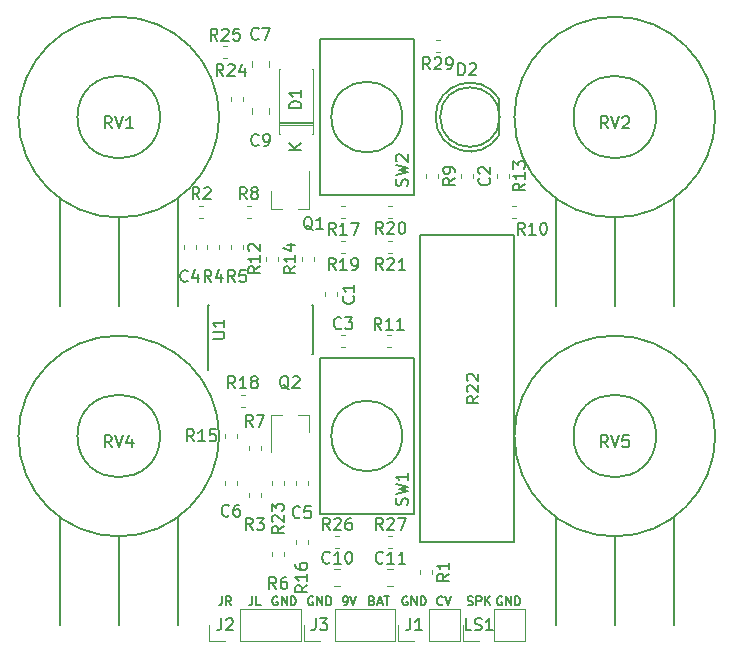
<source format=gbr>
G04 #@! TF.GenerationSoftware,KiCad,Pcbnew,(5.0.1-3-g963ef8bb5)*
G04 #@! TF.CreationDate,2019-04-18T21:55:15-06:00*
G04 #@! TF.ProjectId,NuisanceEngine,4E756973616E6365456E67696E652E6B,rev?*
G04 #@! TF.SameCoordinates,Original*
G04 #@! TF.FileFunction,Legend,Top*
G04 #@! TF.FilePolarity,Positive*
%FSLAX46Y46*%
G04 Gerber Fmt 4.6, Leading zero omitted, Abs format (unit mm)*
G04 Created by KiCad (PCBNEW (5.0.1-3-g963ef8bb5)) date Thursday, 18 April 2019 at 21:55:15*
%MOMM*%
%LPD*%
G01*
G04 APERTURE LIST*
%ADD10C,0.187500*%
%ADD11C,0.150000*%
%ADD12C,0.120000*%
G04 APERTURE END LIST*
D10*
X67732142Y-95589285D02*
X67732142Y-96125000D01*
X67696428Y-96232142D01*
X67625000Y-96303571D01*
X67517857Y-96339285D01*
X67446428Y-96339285D01*
X68517857Y-96339285D02*
X68267857Y-95982142D01*
X68089285Y-96339285D02*
X68089285Y-95589285D01*
X68375000Y-95589285D01*
X68446428Y-95625000D01*
X68482142Y-95660714D01*
X68517857Y-95732142D01*
X68517857Y-95839285D01*
X68482142Y-95910714D01*
X68446428Y-95946428D01*
X68375000Y-95982142D01*
X68089285Y-95982142D01*
X70303571Y-95589285D02*
X70303571Y-96125000D01*
X70267857Y-96232142D01*
X70196428Y-96303571D01*
X70089285Y-96339285D01*
X70017857Y-96339285D01*
X71017857Y-96339285D02*
X70660714Y-96339285D01*
X70660714Y-95589285D01*
X72428571Y-95625000D02*
X72357142Y-95589285D01*
X72250000Y-95589285D01*
X72142857Y-95625000D01*
X72071428Y-95696428D01*
X72035714Y-95767857D01*
X72000000Y-95910714D01*
X72000000Y-96017857D01*
X72035714Y-96160714D01*
X72071428Y-96232142D01*
X72142857Y-96303571D01*
X72250000Y-96339285D01*
X72321428Y-96339285D01*
X72428571Y-96303571D01*
X72464285Y-96267857D01*
X72464285Y-96017857D01*
X72321428Y-96017857D01*
X72785714Y-96339285D02*
X72785714Y-95589285D01*
X73214285Y-96339285D01*
X73214285Y-95589285D01*
X73571428Y-96339285D02*
X73571428Y-95589285D01*
X73750000Y-95589285D01*
X73857142Y-95625000D01*
X73928571Y-95696428D01*
X73964285Y-95767857D01*
X74000000Y-95910714D01*
X74000000Y-96017857D01*
X73964285Y-96160714D01*
X73928571Y-96232142D01*
X73857142Y-96303571D01*
X73750000Y-96339285D01*
X73571428Y-96339285D01*
X75428571Y-95625000D02*
X75357142Y-95589285D01*
X75250000Y-95589285D01*
X75142857Y-95625000D01*
X75071428Y-95696428D01*
X75035714Y-95767857D01*
X75000000Y-95910714D01*
X75000000Y-96017857D01*
X75035714Y-96160714D01*
X75071428Y-96232142D01*
X75142857Y-96303571D01*
X75250000Y-96339285D01*
X75321428Y-96339285D01*
X75428571Y-96303571D01*
X75464285Y-96267857D01*
X75464285Y-96017857D01*
X75321428Y-96017857D01*
X75785714Y-96339285D02*
X75785714Y-95589285D01*
X76214285Y-96339285D01*
X76214285Y-95589285D01*
X76571428Y-96339285D02*
X76571428Y-95589285D01*
X76750000Y-95589285D01*
X76857142Y-95625000D01*
X76928571Y-95696428D01*
X76964285Y-95767857D01*
X77000000Y-95910714D01*
X77000000Y-96017857D01*
X76964285Y-96160714D01*
X76928571Y-96232142D01*
X76857142Y-96303571D01*
X76750000Y-96339285D01*
X76571428Y-96339285D01*
X78035714Y-96339285D02*
X78178571Y-96339285D01*
X78250000Y-96303571D01*
X78285714Y-96267857D01*
X78357142Y-96160714D01*
X78392857Y-96017857D01*
X78392857Y-95732142D01*
X78357142Y-95660714D01*
X78321428Y-95625000D01*
X78250000Y-95589285D01*
X78107142Y-95589285D01*
X78035714Y-95625000D01*
X78000000Y-95660714D01*
X77964285Y-95732142D01*
X77964285Y-95910714D01*
X78000000Y-95982142D01*
X78035714Y-96017857D01*
X78107142Y-96053571D01*
X78250000Y-96053571D01*
X78321428Y-96017857D01*
X78357142Y-95982142D01*
X78392857Y-95910714D01*
X78607142Y-95589285D02*
X78857142Y-96339285D01*
X79107142Y-95589285D01*
X80446428Y-95946428D02*
X80553571Y-95982142D01*
X80589285Y-96017857D01*
X80625000Y-96089285D01*
X80625000Y-96196428D01*
X80589285Y-96267857D01*
X80553571Y-96303571D01*
X80482142Y-96339285D01*
X80196428Y-96339285D01*
X80196428Y-95589285D01*
X80446428Y-95589285D01*
X80517857Y-95625000D01*
X80553571Y-95660714D01*
X80589285Y-95732142D01*
X80589285Y-95803571D01*
X80553571Y-95875000D01*
X80517857Y-95910714D01*
X80446428Y-95946428D01*
X80196428Y-95946428D01*
X80910714Y-96125000D02*
X81267857Y-96125000D01*
X80839285Y-96339285D02*
X81089285Y-95589285D01*
X81339285Y-96339285D01*
X81482142Y-95589285D02*
X81910714Y-95589285D01*
X81696428Y-96339285D02*
X81696428Y-95589285D01*
X86410714Y-96267857D02*
X86375000Y-96303571D01*
X86267857Y-96339285D01*
X86196428Y-96339285D01*
X86089285Y-96303571D01*
X86017857Y-96232142D01*
X85982142Y-96160714D01*
X85946428Y-96017857D01*
X85946428Y-95910714D01*
X85982142Y-95767857D01*
X86017857Y-95696428D01*
X86089285Y-95625000D01*
X86196428Y-95589285D01*
X86267857Y-95589285D01*
X86375000Y-95625000D01*
X86410714Y-95660714D01*
X86625000Y-95589285D02*
X86875000Y-96339285D01*
X87125000Y-95589285D01*
X83428571Y-95625000D02*
X83357142Y-95589285D01*
X83250000Y-95589285D01*
X83142857Y-95625000D01*
X83071428Y-95696428D01*
X83035714Y-95767857D01*
X83000000Y-95910714D01*
X83000000Y-96017857D01*
X83035714Y-96160714D01*
X83071428Y-96232142D01*
X83142857Y-96303571D01*
X83250000Y-96339285D01*
X83321428Y-96339285D01*
X83428571Y-96303571D01*
X83464285Y-96267857D01*
X83464285Y-96017857D01*
X83321428Y-96017857D01*
X83785714Y-96339285D02*
X83785714Y-95589285D01*
X84214285Y-96339285D01*
X84214285Y-95589285D01*
X84571428Y-96339285D02*
X84571428Y-95589285D01*
X84750000Y-95589285D01*
X84857142Y-95625000D01*
X84928571Y-95696428D01*
X84964285Y-95767857D01*
X85000000Y-95910714D01*
X85000000Y-96017857D01*
X84964285Y-96160714D01*
X84928571Y-96232142D01*
X84857142Y-96303571D01*
X84750000Y-96339285D01*
X84571428Y-96339285D01*
X88535714Y-96303571D02*
X88642857Y-96339285D01*
X88821428Y-96339285D01*
X88892857Y-96303571D01*
X88928571Y-96267857D01*
X88964285Y-96196428D01*
X88964285Y-96125000D01*
X88928571Y-96053571D01*
X88892857Y-96017857D01*
X88821428Y-95982142D01*
X88678571Y-95946428D01*
X88607142Y-95910714D01*
X88571428Y-95875000D01*
X88535714Y-95803571D01*
X88535714Y-95732142D01*
X88571428Y-95660714D01*
X88607142Y-95625000D01*
X88678571Y-95589285D01*
X88857142Y-95589285D01*
X88964285Y-95625000D01*
X89285714Y-96339285D02*
X89285714Y-95589285D01*
X89571428Y-95589285D01*
X89642857Y-95625000D01*
X89678571Y-95660714D01*
X89714285Y-95732142D01*
X89714285Y-95839285D01*
X89678571Y-95910714D01*
X89642857Y-95946428D01*
X89571428Y-95982142D01*
X89285714Y-95982142D01*
X90035714Y-96339285D02*
X90035714Y-95589285D01*
X90464285Y-96339285D02*
X90142857Y-95910714D01*
X90464285Y-95589285D02*
X90035714Y-96017857D01*
X91428571Y-95625000D02*
X91357142Y-95589285D01*
X91250000Y-95589285D01*
X91142857Y-95625000D01*
X91071428Y-95696428D01*
X91035714Y-95767857D01*
X91000000Y-95910714D01*
X91000000Y-96017857D01*
X91035714Y-96160714D01*
X91071428Y-96232142D01*
X91142857Y-96303571D01*
X91250000Y-96339285D01*
X91321428Y-96339285D01*
X91428571Y-96303571D01*
X91464285Y-96267857D01*
X91464285Y-96017857D01*
X91321428Y-96017857D01*
X91785714Y-96339285D02*
X91785714Y-95589285D01*
X92214285Y-96339285D01*
X92214285Y-95589285D01*
X92571428Y-96339285D02*
X92571428Y-95589285D01*
X92750000Y-95589285D01*
X92857142Y-95625000D01*
X92928571Y-95696428D01*
X92964285Y-95767857D01*
X93000000Y-95910714D01*
X93000000Y-96017857D01*
X92964285Y-96160714D01*
X92928571Y-96232142D01*
X92857142Y-96303571D01*
X92750000Y-96339285D01*
X92571428Y-96339285D01*
D11*
G04 #@! TO.C,SW1*
X83000000Y-82000000D02*
G75*
G03X83000000Y-82000000I-3000000J0D01*
G01*
X84000000Y-88600000D02*
X84000000Y-75400000D01*
X76000000Y-75400000D02*
X76000000Y-88600000D01*
X80000000Y-75400000D02*
X76000000Y-75400000D01*
X80000000Y-75400000D02*
X84000000Y-75400000D01*
X80000000Y-88600000D02*
X84000000Y-88600000D01*
X80000000Y-88600000D02*
X76000000Y-88600000D01*
D12*
G04 #@! TO.C,D1*
X72530000Y-55630000D02*
X75470000Y-55630000D01*
X72530000Y-55390000D02*
X75470000Y-55390000D01*
X72530000Y-55510000D02*
X75470000Y-55510000D01*
X75470000Y-50970000D02*
X75340000Y-50970000D01*
X75470000Y-56410000D02*
X75470000Y-50970000D01*
X75340000Y-56410000D02*
X75470000Y-56410000D01*
X72530000Y-50970000D02*
X72660000Y-50970000D01*
X72530000Y-56410000D02*
X72530000Y-50970000D01*
X72660000Y-56410000D02*
X72530000Y-56410000D01*
D11*
G04 #@! TO.C,U1*
X66575000Y-75075000D02*
X66575000Y-76450000D01*
X75450000Y-75075000D02*
X75450000Y-70925000D01*
X66550000Y-75075000D02*
X66550000Y-70925000D01*
X75450000Y-75075000D02*
X75335000Y-75075000D01*
X75450000Y-70925000D02*
X75335000Y-70925000D01*
X66550000Y-70925000D02*
X66665000Y-70925000D01*
X66550000Y-75075000D02*
X66575000Y-75075000D01*
G04 #@! TO.C,RV2*
X104500000Y-55000000D02*
G75*
G03X104500000Y-55000000I-3500000J0D01*
G01*
X109500000Y-55000000D02*
G75*
G03X109500000Y-55000000I-8500000J0D01*
G01*
X96000000Y-71000000D02*
X96000000Y-61900000D01*
X101000000Y-71000000D02*
X101000000Y-63500000D01*
X106000000Y-71000000D02*
X106000000Y-61900000D01*
G04 #@! TO.C,RV5*
X104500000Y-82000000D02*
G75*
G03X104500000Y-82000000I-3500000J0D01*
G01*
X109500000Y-82000000D02*
G75*
G03X109500000Y-82000000I-8500000J0D01*
G01*
X96000000Y-98000000D02*
X96000000Y-88900000D01*
X101000000Y-98000000D02*
X101000000Y-90500000D01*
X106000000Y-98000000D02*
X106000000Y-88900000D01*
G04 #@! TO.C,RV4*
X62500000Y-82000000D02*
G75*
G03X62500000Y-82000000I-3500000J0D01*
G01*
X67500000Y-82000000D02*
G75*
G03X67500000Y-82000000I-8500000J0D01*
G01*
X54000000Y-98000000D02*
X54000000Y-88900000D01*
X59000000Y-98000000D02*
X59000000Y-90500000D01*
X64000000Y-98000000D02*
X64000000Y-88900000D01*
G04 #@! TO.C,RV1*
X62500000Y-55000000D02*
G75*
G03X62500000Y-55000000I-3500000J0D01*
G01*
X67500000Y-55000000D02*
G75*
G03X67500000Y-55000000I-8500000J0D01*
G01*
X54000000Y-71000000D02*
X54000000Y-61900000D01*
X59000000Y-71000000D02*
X59000000Y-63500000D01*
X64000000Y-71000000D02*
X64000000Y-61900000D01*
G04 #@! TO.C,D2*
X91214888Y-53475096D02*
G75*
G03X91230000Y-56500000I-2484888J-1524904D01*
G01*
X91230000Y-53500000D02*
X91230000Y-56500000D01*
X91247936Y-55000000D02*
G75*
G03X91247936Y-55000000I-2517936J0D01*
G01*
G04 #@! TO.C,R22*
X84500000Y-65000000D02*
X84500000Y-77000000D01*
X92500000Y-65000000D02*
X84500000Y-65000000D01*
X92500000Y-91000000D02*
X92500000Y-65000000D01*
X84500000Y-91000000D02*
X92500000Y-91000000D01*
X84500000Y-77000000D02*
X84500000Y-91000000D01*
G04 #@! TO.C,SW2*
X83000000Y-55000000D02*
G75*
G03X83000000Y-55000000I-3000000J0D01*
G01*
X84000000Y-61600000D02*
X84000000Y-48400000D01*
X76000000Y-48400000D02*
X76000000Y-61600000D01*
X80000000Y-48400000D02*
X76000000Y-48400000D01*
X80000000Y-48400000D02*
X84000000Y-48400000D01*
X80000000Y-61600000D02*
X84000000Y-61600000D01*
X80000000Y-61600000D02*
X76000000Y-61600000D01*
D12*
G04 #@! TO.C,J1*
X82670000Y-99330000D02*
X82670000Y-98000000D01*
X84000000Y-99330000D02*
X82670000Y-99330000D01*
X85270000Y-99330000D02*
X85270000Y-96670000D01*
X85270000Y-96670000D02*
X87870000Y-96670000D01*
X85270000Y-99330000D02*
X87870000Y-99330000D01*
X87870000Y-99330000D02*
X87870000Y-96670000D01*
G04 #@! TO.C,J2*
X66670000Y-99330000D02*
X66670000Y-98000000D01*
X68000000Y-99330000D02*
X66670000Y-99330000D01*
X69270000Y-99330000D02*
X69270000Y-96670000D01*
X69270000Y-96670000D02*
X74410000Y-96670000D01*
X69270000Y-99330000D02*
X74410000Y-99330000D01*
X74410000Y-99330000D02*
X74410000Y-96670000D01*
G04 #@! TO.C,J3*
X82410000Y-99330000D02*
X82410000Y-96670000D01*
X77270000Y-99330000D02*
X82410000Y-99330000D01*
X77270000Y-96670000D02*
X82410000Y-96670000D01*
X77270000Y-99330000D02*
X77270000Y-96670000D01*
X76000000Y-99330000D02*
X74670000Y-99330000D01*
X74670000Y-99330000D02*
X74670000Y-98000000D01*
G04 #@! TO.C,LS1*
X93370000Y-99330000D02*
X93370000Y-96670000D01*
X90770000Y-99330000D02*
X93370000Y-99330000D01*
X90770000Y-96670000D02*
X93370000Y-96670000D01*
X90770000Y-99330000D02*
X90770000Y-96670000D01*
X89500000Y-99330000D02*
X88170000Y-99330000D01*
X88170000Y-99330000D02*
X88170000Y-98000000D01*
G04 #@! TO.C,C1*
X76490000Y-70171267D02*
X76490000Y-69828733D01*
X77510000Y-70171267D02*
X77510000Y-69828733D01*
G04 #@! TO.C,C2*
X87990000Y-60171267D02*
X87990000Y-59828733D01*
X89010000Y-60171267D02*
X89010000Y-59828733D01*
G04 #@! TO.C,C3*
X77828733Y-74510000D02*
X78171267Y-74510000D01*
X77828733Y-73490000D02*
X78171267Y-73490000D01*
G04 #@! TO.C,C4*
X64490000Y-65828733D02*
X64490000Y-66171267D01*
X65510000Y-65828733D02*
X65510000Y-66171267D01*
G04 #@! TO.C,C5*
X75010000Y-86171267D02*
X75010000Y-85828733D01*
X73990000Y-86171267D02*
X73990000Y-85828733D01*
G04 #@! TO.C,C6*
X69010000Y-85828733D02*
X69010000Y-86171267D01*
X67990000Y-85828733D02*
X67990000Y-86171267D01*
G04 #@! TO.C,C7*
X70290000Y-50761252D02*
X70290000Y-50238748D01*
X71710000Y-50761252D02*
X71710000Y-50238748D01*
G04 #@! TO.C,C9*
X71710000Y-54238748D02*
X71710000Y-54761252D01*
X70290000Y-54238748D02*
X70290000Y-54761252D01*
G04 #@! TO.C,C10*
X77238748Y-94710000D02*
X77761252Y-94710000D01*
X77238748Y-93290000D02*
X77761252Y-93290000D01*
G04 #@! TO.C,C11*
X81738748Y-93290000D02*
X82261252Y-93290000D01*
X81738748Y-94710000D02*
X82261252Y-94710000D01*
G04 #@! TO.C,Q1*
X71920000Y-62760000D02*
X71920000Y-61300000D01*
X75080000Y-62760000D02*
X75080000Y-59600000D01*
X75080000Y-62760000D02*
X74150000Y-62760000D01*
X71920000Y-62760000D02*
X72850000Y-62760000D01*
G04 #@! TO.C,Q2*
X75080000Y-80240000D02*
X74150000Y-80240000D01*
X71920000Y-80240000D02*
X72850000Y-80240000D01*
X71920000Y-80240000D02*
X71920000Y-83400000D01*
X75080000Y-80240000D02*
X75080000Y-81700000D01*
G04 #@! TO.C,R1*
X84490000Y-93671267D02*
X84490000Y-93328733D01*
X85510000Y-93671267D02*
X85510000Y-93328733D01*
G04 #@! TO.C,R2*
X65828733Y-62490000D02*
X66171267Y-62490000D01*
X65828733Y-63510000D02*
X66171267Y-63510000D01*
G04 #@! TO.C,R3*
X71010000Y-86828733D02*
X71010000Y-87171267D01*
X69990000Y-86828733D02*
X69990000Y-87171267D01*
G04 #@! TO.C,R4*
X67510000Y-65828733D02*
X67510000Y-66171267D01*
X66490000Y-65828733D02*
X66490000Y-66171267D01*
G04 #@! TO.C,R5*
X69510000Y-65828733D02*
X69510000Y-66171267D01*
X68490000Y-65828733D02*
X68490000Y-66171267D01*
G04 #@! TO.C,R6*
X71990000Y-91828733D02*
X71990000Y-92171267D01*
X73010000Y-91828733D02*
X73010000Y-92171267D01*
G04 #@! TO.C,R7*
X71010000Y-82828733D02*
X71010000Y-83171267D01*
X69990000Y-82828733D02*
X69990000Y-83171267D01*
G04 #@! TO.C,R8*
X70171267Y-63510000D02*
X69828733Y-63510000D01*
X70171267Y-62490000D02*
X69828733Y-62490000D01*
G04 #@! TO.C,R9*
X84990000Y-60171267D02*
X84990000Y-59828733D01*
X86010000Y-60171267D02*
X86010000Y-59828733D01*
G04 #@! TO.C,R10*
X92328733Y-63510000D02*
X92671267Y-63510000D01*
X92328733Y-62490000D02*
X92671267Y-62490000D01*
G04 #@! TO.C,R11*
X81703733Y-74510000D02*
X82046267Y-74510000D01*
X81703733Y-73490000D02*
X82046267Y-73490000D01*
G04 #@! TO.C,R12*
X72510000Y-67171267D02*
X72510000Y-66828733D01*
X71490000Y-67171267D02*
X71490000Y-66828733D01*
G04 #@! TO.C,R13*
X90990000Y-59828733D02*
X90990000Y-60171267D01*
X92010000Y-59828733D02*
X92010000Y-60171267D01*
G04 #@! TO.C,R14*
X75510000Y-66828733D02*
X75510000Y-67171267D01*
X74490000Y-66828733D02*
X74490000Y-67171267D01*
G04 #@! TO.C,R15*
X69010000Y-82171267D02*
X69010000Y-81828733D01*
X67990000Y-82171267D02*
X67990000Y-81828733D01*
G04 #@! TO.C,R16*
X73990000Y-90828733D02*
X73990000Y-91171267D01*
X75010000Y-90828733D02*
X75010000Y-91171267D01*
G04 #@! TO.C,R17*
X77828733Y-63510000D02*
X78171267Y-63510000D01*
X77828733Y-62490000D02*
X78171267Y-62490000D01*
G04 #@! TO.C,R18*
X69671267Y-79510000D02*
X69328733Y-79510000D01*
X69671267Y-78490000D02*
X69328733Y-78490000D01*
G04 #@! TO.C,R19*
X78171267Y-66510000D02*
X77828733Y-66510000D01*
X78171267Y-65490000D02*
X77828733Y-65490000D01*
G04 #@! TO.C,R20*
X82171267Y-63510000D02*
X81828733Y-63510000D01*
X82171267Y-62490000D02*
X81828733Y-62490000D01*
G04 #@! TO.C,R21*
X81828733Y-66510000D02*
X82171267Y-66510000D01*
X81828733Y-65490000D02*
X82171267Y-65490000D01*
G04 #@! TO.C,R23*
X73010000Y-86171267D02*
X73010000Y-85828733D01*
X71990000Y-86171267D02*
X71990000Y-85828733D01*
G04 #@! TO.C,R24*
X68490000Y-53328733D02*
X68490000Y-53671267D01*
X69510000Y-53328733D02*
X69510000Y-53671267D01*
G04 #@! TO.C,R25*
X68171267Y-50010000D02*
X67828733Y-50010000D01*
X68171267Y-48990000D02*
X67828733Y-48990000D01*
G04 #@! TO.C,R26*
X77671267Y-90490000D02*
X77328733Y-90490000D01*
X77671267Y-91510000D02*
X77328733Y-91510000D01*
G04 #@! TO.C,R27*
X81828733Y-91510000D02*
X82171267Y-91510000D01*
X81828733Y-90490000D02*
X82171267Y-90490000D01*
G04 #@! TO.C,R29*
X85828733Y-48490000D02*
X86171267Y-48490000D01*
X85828733Y-49510000D02*
X86171267Y-49510000D01*
G04 #@! TO.C,SW1*
D11*
X83404761Y-87833333D02*
X83452380Y-87690476D01*
X83452380Y-87452380D01*
X83404761Y-87357142D01*
X83357142Y-87309523D01*
X83261904Y-87261904D01*
X83166666Y-87261904D01*
X83071428Y-87309523D01*
X83023809Y-87357142D01*
X82976190Y-87452380D01*
X82928571Y-87642857D01*
X82880952Y-87738095D01*
X82833333Y-87785714D01*
X82738095Y-87833333D01*
X82642857Y-87833333D01*
X82547619Y-87785714D01*
X82500000Y-87738095D01*
X82452380Y-87642857D01*
X82452380Y-87404761D01*
X82500000Y-87261904D01*
X82452380Y-86928571D02*
X83452380Y-86690476D01*
X82738095Y-86500000D01*
X83452380Y-86309523D01*
X82452380Y-86071428D01*
X83452380Y-85166666D02*
X83452380Y-85738095D01*
X83452380Y-85452380D02*
X82452380Y-85452380D01*
X82595238Y-85547619D01*
X82690476Y-85642857D01*
X82738095Y-85738095D01*
G04 #@! TO.C,D1*
X74452380Y-54238095D02*
X73452380Y-54238095D01*
X73452380Y-54000000D01*
X73500000Y-53857142D01*
X73595238Y-53761904D01*
X73690476Y-53714285D01*
X73880952Y-53666666D01*
X74023809Y-53666666D01*
X74214285Y-53714285D01*
X74309523Y-53761904D01*
X74404761Y-53857142D01*
X74452380Y-54000000D01*
X74452380Y-54238095D01*
X74452380Y-52714285D02*
X74452380Y-53285714D01*
X74452380Y-53000000D02*
X73452380Y-53000000D01*
X73595238Y-53095238D01*
X73690476Y-53190476D01*
X73738095Y-53285714D01*
X74452380Y-57761904D02*
X73452380Y-57761904D01*
X74452380Y-57190476D02*
X73880952Y-57619047D01*
X73452380Y-57190476D02*
X74023809Y-57761904D01*
G04 #@! TO.C,U1*
X66952380Y-73761904D02*
X67761904Y-73761904D01*
X67857142Y-73714285D01*
X67904761Y-73666666D01*
X67952380Y-73571428D01*
X67952380Y-73380952D01*
X67904761Y-73285714D01*
X67857142Y-73238095D01*
X67761904Y-73190476D01*
X66952380Y-73190476D01*
X67952380Y-72190476D02*
X67952380Y-72761904D01*
X67952380Y-72476190D02*
X66952380Y-72476190D01*
X67095238Y-72571428D01*
X67190476Y-72666666D01*
X67238095Y-72761904D01*
G04 #@! TO.C,RV2*
X100404761Y-55952380D02*
X100071428Y-55476190D01*
X99833333Y-55952380D02*
X99833333Y-54952380D01*
X100214285Y-54952380D01*
X100309523Y-55000000D01*
X100357142Y-55047619D01*
X100404761Y-55142857D01*
X100404761Y-55285714D01*
X100357142Y-55380952D01*
X100309523Y-55428571D01*
X100214285Y-55476190D01*
X99833333Y-55476190D01*
X100690476Y-54952380D02*
X101023809Y-55952380D01*
X101357142Y-54952380D01*
X101642857Y-55047619D02*
X101690476Y-55000000D01*
X101785714Y-54952380D01*
X102023809Y-54952380D01*
X102119047Y-55000000D01*
X102166666Y-55047619D01*
X102214285Y-55142857D01*
X102214285Y-55238095D01*
X102166666Y-55380952D01*
X101595238Y-55952380D01*
X102214285Y-55952380D01*
G04 #@! TO.C,RV5*
X100404761Y-82952380D02*
X100071428Y-82476190D01*
X99833333Y-82952380D02*
X99833333Y-81952380D01*
X100214285Y-81952380D01*
X100309523Y-82000000D01*
X100357142Y-82047619D01*
X100404761Y-82142857D01*
X100404761Y-82285714D01*
X100357142Y-82380952D01*
X100309523Y-82428571D01*
X100214285Y-82476190D01*
X99833333Y-82476190D01*
X100690476Y-81952380D02*
X101023809Y-82952380D01*
X101357142Y-81952380D01*
X102166666Y-81952380D02*
X101690476Y-81952380D01*
X101642857Y-82428571D01*
X101690476Y-82380952D01*
X101785714Y-82333333D01*
X102023809Y-82333333D01*
X102119047Y-82380952D01*
X102166666Y-82428571D01*
X102214285Y-82523809D01*
X102214285Y-82761904D01*
X102166666Y-82857142D01*
X102119047Y-82904761D01*
X102023809Y-82952380D01*
X101785714Y-82952380D01*
X101690476Y-82904761D01*
X101642857Y-82857142D01*
G04 #@! TO.C,RV4*
X58404761Y-82952380D02*
X58071428Y-82476190D01*
X57833333Y-82952380D02*
X57833333Y-81952380D01*
X58214285Y-81952380D01*
X58309523Y-82000000D01*
X58357142Y-82047619D01*
X58404761Y-82142857D01*
X58404761Y-82285714D01*
X58357142Y-82380952D01*
X58309523Y-82428571D01*
X58214285Y-82476190D01*
X57833333Y-82476190D01*
X58690476Y-81952380D02*
X59023809Y-82952380D01*
X59357142Y-81952380D01*
X60119047Y-82285714D02*
X60119047Y-82952380D01*
X59880952Y-81904761D02*
X59642857Y-82619047D01*
X60261904Y-82619047D01*
G04 #@! TO.C,RV1*
X58404761Y-55952380D02*
X58071428Y-55476190D01*
X57833333Y-55952380D02*
X57833333Y-54952380D01*
X58214285Y-54952380D01*
X58309523Y-55000000D01*
X58357142Y-55047619D01*
X58404761Y-55142857D01*
X58404761Y-55285714D01*
X58357142Y-55380952D01*
X58309523Y-55428571D01*
X58214285Y-55476190D01*
X57833333Y-55476190D01*
X58690476Y-54952380D02*
X59023809Y-55952380D01*
X59357142Y-54952380D01*
X60214285Y-55952380D02*
X59642857Y-55952380D01*
X59928571Y-55952380D02*
X59928571Y-54952380D01*
X59833333Y-55095238D01*
X59738095Y-55190476D01*
X59642857Y-55238095D01*
G04 #@! TO.C,D2*
X87761904Y-51452380D02*
X87761904Y-50452380D01*
X88000000Y-50452380D01*
X88142857Y-50500000D01*
X88238095Y-50595238D01*
X88285714Y-50690476D01*
X88333333Y-50880952D01*
X88333333Y-51023809D01*
X88285714Y-51214285D01*
X88238095Y-51309523D01*
X88142857Y-51404761D01*
X88000000Y-51452380D01*
X87761904Y-51452380D01*
X88714285Y-50547619D02*
X88761904Y-50500000D01*
X88857142Y-50452380D01*
X89095238Y-50452380D01*
X89190476Y-50500000D01*
X89238095Y-50547619D01*
X89285714Y-50642857D01*
X89285714Y-50738095D01*
X89238095Y-50880952D01*
X88666666Y-51452380D01*
X89285714Y-51452380D01*
G04 #@! TO.C,R22*
X89452380Y-78642857D02*
X88976190Y-78976190D01*
X89452380Y-79214285D02*
X88452380Y-79214285D01*
X88452380Y-78833333D01*
X88500000Y-78738095D01*
X88547619Y-78690476D01*
X88642857Y-78642857D01*
X88785714Y-78642857D01*
X88880952Y-78690476D01*
X88928571Y-78738095D01*
X88976190Y-78833333D01*
X88976190Y-79214285D01*
X88547619Y-78261904D02*
X88500000Y-78214285D01*
X88452380Y-78119047D01*
X88452380Y-77880952D01*
X88500000Y-77785714D01*
X88547619Y-77738095D01*
X88642857Y-77690476D01*
X88738095Y-77690476D01*
X88880952Y-77738095D01*
X89452380Y-78309523D01*
X89452380Y-77690476D01*
X88547619Y-77309523D02*
X88500000Y-77261904D01*
X88452380Y-77166666D01*
X88452380Y-76928571D01*
X88500000Y-76833333D01*
X88547619Y-76785714D01*
X88642857Y-76738095D01*
X88738095Y-76738095D01*
X88880952Y-76785714D01*
X89452380Y-77357142D01*
X89452380Y-76738095D01*
G04 #@! TO.C,SW2*
X83404761Y-60833333D02*
X83452380Y-60690476D01*
X83452380Y-60452380D01*
X83404761Y-60357142D01*
X83357142Y-60309523D01*
X83261904Y-60261904D01*
X83166666Y-60261904D01*
X83071428Y-60309523D01*
X83023809Y-60357142D01*
X82976190Y-60452380D01*
X82928571Y-60642857D01*
X82880952Y-60738095D01*
X82833333Y-60785714D01*
X82738095Y-60833333D01*
X82642857Y-60833333D01*
X82547619Y-60785714D01*
X82500000Y-60738095D01*
X82452380Y-60642857D01*
X82452380Y-60404761D01*
X82500000Y-60261904D01*
X82452380Y-59928571D02*
X83452380Y-59690476D01*
X82738095Y-59500000D01*
X83452380Y-59309523D01*
X82452380Y-59071428D01*
X82547619Y-58738095D02*
X82500000Y-58690476D01*
X82452380Y-58595238D01*
X82452380Y-58357142D01*
X82500000Y-58261904D01*
X82547619Y-58214285D01*
X82642857Y-58166666D01*
X82738095Y-58166666D01*
X82880952Y-58214285D01*
X83452380Y-58785714D01*
X83452380Y-58166666D01*
G04 #@! TO.C,J1*
X83666666Y-97452380D02*
X83666666Y-98166666D01*
X83619047Y-98309523D01*
X83523809Y-98404761D01*
X83380952Y-98452380D01*
X83285714Y-98452380D01*
X84666666Y-98452380D02*
X84095238Y-98452380D01*
X84380952Y-98452380D02*
X84380952Y-97452380D01*
X84285714Y-97595238D01*
X84190476Y-97690476D01*
X84095238Y-97738095D01*
G04 #@! TO.C,J2*
X67666666Y-97452380D02*
X67666666Y-98166666D01*
X67619047Y-98309523D01*
X67523809Y-98404761D01*
X67380952Y-98452380D01*
X67285714Y-98452380D01*
X68095238Y-97547619D02*
X68142857Y-97500000D01*
X68238095Y-97452380D01*
X68476190Y-97452380D01*
X68571428Y-97500000D01*
X68619047Y-97547619D01*
X68666666Y-97642857D01*
X68666666Y-97738095D01*
X68619047Y-97880952D01*
X68047619Y-98452380D01*
X68666666Y-98452380D01*
G04 #@! TO.C,J3*
X75666666Y-97452380D02*
X75666666Y-98166666D01*
X75619047Y-98309523D01*
X75523809Y-98404761D01*
X75380952Y-98452380D01*
X75285714Y-98452380D01*
X76047619Y-97452380D02*
X76666666Y-97452380D01*
X76333333Y-97833333D01*
X76476190Y-97833333D01*
X76571428Y-97880952D01*
X76619047Y-97928571D01*
X76666666Y-98023809D01*
X76666666Y-98261904D01*
X76619047Y-98357142D01*
X76571428Y-98404761D01*
X76476190Y-98452380D01*
X76190476Y-98452380D01*
X76095238Y-98404761D01*
X76047619Y-98357142D01*
G04 #@! TO.C,LS1*
X88857142Y-98452380D02*
X88380952Y-98452380D01*
X88380952Y-97452380D01*
X89142857Y-98404761D02*
X89285714Y-98452380D01*
X89523809Y-98452380D01*
X89619047Y-98404761D01*
X89666666Y-98357142D01*
X89714285Y-98261904D01*
X89714285Y-98166666D01*
X89666666Y-98071428D01*
X89619047Y-98023809D01*
X89523809Y-97976190D01*
X89333333Y-97928571D01*
X89238095Y-97880952D01*
X89190476Y-97833333D01*
X89142857Y-97738095D01*
X89142857Y-97642857D01*
X89190476Y-97547619D01*
X89238095Y-97500000D01*
X89333333Y-97452380D01*
X89571428Y-97452380D01*
X89714285Y-97500000D01*
X90666666Y-98452380D02*
X90095238Y-98452380D01*
X90380952Y-98452380D02*
X90380952Y-97452380D01*
X90285714Y-97595238D01*
X90190476Y-97690476D01*
X90095238Y-97738095D01*
G04 #@! TO.C,C1*
X78857142Y-70166666D02*
X78904761Y-70214285D01*
X78952380Y-70357142D01*
X78952380Y-70452380D01*
X78904761Y-70595238D01*
X78809523Y-70690476D01*
X78714285Y-70738095D01*
X78523809Y-70785714D01*
X78380952Y-70785714D01*
X78190476Y-70738095D01*
X78095238Y-70690476D01*
X78000000Y-70595238D01*
X77952380Y-70452380D01*
X77952380Y-70357142D01*
X78000000Y-70214285D01*
X78047619Y-70166666D01*
X78952380Y-69214285D02*
X78952380Y-69785714D01*
X78952380Y-69500000D02*
X77952380Y-69500000D01*
X78095238Y-69595238D01*
X78190476Y-69690476D01*
X78238095Y-69785714D01*
G04 #@! TO.C,C2*
X90357142Y-60166666D02*
X90404761Y-60214285D01*
X90452380Y-60357142D01*
X90452380Y-60452380D01*
X90404761Y-60595238D01*
X90309523Y-60690476D01*
X90214285Y-60738095D01*
X90023809Y-60785714D01*
X89880952Y-60785714D01*
X89690476Y-60738095D01*
X89595238Y-60690476D01*
X89500000Y-60595238D01*
X89452380Y-60452380D01*
X89452380Y-60357142D01*
X89500000Y-60214285D01*
X89547619Y-60166666D01*
X89547619Y-59785714D02*
X89500000Y-59738095D01*
X89452380Y-59642857D01*
X89452380Y-59404761D01*
X89500000Y-59309523D01*
X89547619Y-59261904D01*
X89642857Y-59214285D01*
X89738095Y-59214285D01*
X89880952Y-59261904D01*
X90452380Y-59833333D01*
X90452380Y-59214285D01*
G04 #@! TO.C,C3*
X77833333Y-72857142D02*
X77785714Y-72904761D01*
X77642857Y-72952380D01*
X77547619Y-72952380D01*
X77404761Y-72904761D01*
X77309523Y-72809523D01*
X77261904Y-72714285D01*
X77214285Y-72523809D01*
X77214285Y-72380952D01*
X77261904Y-72190476D01*
X77309523Y-72095238D01*
X77404761Y-72000000D01*
X77547619Y-71952380D01*
X77642857Y-71952380D01*
X77785714Y-72000000D01*
X77833333Y-72047619D01*
X78166666Y-71952380D02*
X78785714Y-71952380D01*
X78452380Y-72333333D01*
X78595238Y-72333333D01*
X78690476Y-72380952D01*
X78738095Y-72428571D01*
X78785714Y-72523809D01*
X78785714Y-72761904D01*
X78738095Y-72857142D01*
X78690476Y-72904761D01*
X78595238Y-72952380D01*
X78309523Y-72952380D01*
X78214285Y-72904761D01*
X78166666Y-72857142D01*
G04 #@! TO.C,C4*
X64833333Y-68857142D02*
X64785714Y-68904761D01*
X64642857Y-68952380D01*
X64547619Y-68952380D01*
X64404761Y-68904761D01*
X64309523Y-68809523D01*
X64261904Y-68714285D01*
X64214285Y-68523809D01*
X64214285Y-68380952D01*
X64261904Y-68190476D01*
X64309523Y-68095238D01*
X64404761Y-68000000D01*
X64547619Y-67952380D01*
X64642857Y-67952380D01*
X64785714Y-68000000D01*
X64833333Y-68047619D01*
X65690476Y-68285714D02*
X65690476Y-68952380D01*
X65452380Y-67904761D02*
X65214285Y-68619047D01*
X65833333Y-68619047D01*
G04 #@! TO.C,C5*
X74333333Y-88857142D02*
X74285714Y-88904761D01*
X74142857Y-88952380D01*
X74047619Y-88952380D01*
X73904761Y-88904761D01*
X73809523Y-88809523D01*
X73761904Y-88714285D01*
X73714285Y-88523809D01*
X73714285Y-88380952D01*
X73761904Y-88190476D01*
X73809523Y-88095238D01*
X73904761Y-88000000D01*
X74047619Y-87952380D01*
X74142857Y-87952380D01*
X74285714Y-88000000D01*
X74333333Y-88047619D01*
X75238095Y-87952380D02*
X74761904Y-87952380D01*
X74714285Y-88428571D01*
X74761904Y-88380952D01*
X74857142Y-88333333D01*
X75095238Y-88333333D01*
X75190476Y-88380952D01*
X75238095Y-88428571D01*
X75285714Y-88523809D01*
X75285714Y-88761904D01*
X75238095Y-88857142D01*
X75190476Y-88904761D01*
X75095238Y-88952380D01*
X74857142Y-88952380D01*
X74761904Y-88904761D01*
X74714285Y-88857142D01*
G04 #@! TO.C,C6*
X68333333Y-88732142D02*
X68285714Y-88779761D01*
X68142857Y-88827380D01*
X68047619Y-88827380D01*
X67904761Y-88779761D01*
X67809523Y-88684523D01*
X67761904Y-88589285D01*
X67714285Y-88398809D01*
X67714285Y-88255952D01*
X67761904Y-88065476D01*
X67809523Y-87970238D01*
X67904761Y-87875000D01*
X68047619Y-87827380D01*
X68142857Y-87827380D01*
X68285714Y-87875000D01*
X68333333Y-87922619D01*
X69190476Y-87827380D02*
X69000000Y-87827380D01*
X68904761Y-87875000D01*
X68857142Y-87922619D01*
X68761904Y-88065476D01*
X68714285Y-88255952D01*
X68714285Y-88636904D01*
X68761904Y-88732142D01*
X68809523Y-88779761D01*
X68904761Y-88827380D01*
X69095238Y-88827380D01*
X69190476Y-88779761D01*
X69238095Y-88732142D01*
X69285714Y-88636904D01*
X69285714Y-88398809D01*
X69238095Y-88303571D01*
X69190476Y-88255952D01*
X69095238Y-88208333D01*
X68904761Y-88208333D01*
X68809523Y-88255952D01*
X68761904Y-88303571D01*
X68714285Y-88398809D01*
G04 #@! TO.C,C7*
X70833333Y-48357142D02*
X70785714Y-48404761D01*
X70642857Y-48452380D01*
X70547619Y-48452380D01*
X70404761Y-48404761D01*
X70309523Y-48309523D01*
X70261904Y-48214285D01*
X70214285Y-48023809D01*
X70214285Y-47880952D01*
X70261904Y-47690476D01*
X70309523Y-47595238D01*
X70404761Y-47500000D01*
X70547619Y-47452380D01*
X70642857Y-47452380D01*
X70785714Y-47500000D01*
X70833333Y-47547619D01*
X71166666Y-47452380D02*
X71833333Y-47452380D01*
X71404761Y-48452380D01*
G04 #@! TO.C,C9*
X70833333Y-57357142D02*
X70785714Y-57404761D01*
X70642857Y-57452380D01*
X70547619Y-57452380D01*
X70404761Y-57404761D01*
X70309523Y-57309523D01*
X70261904Y-57214285D01*
X70214285Y-57023809D01*
X70214285Y-56880952D01*
X70261904Y-56690476D01*
X70309523Y-56595238D01*
X70404761Y-56500000D01*
X70547619Y-56452380D01*
X70642857Y-56452380D01*
X70785714Y-56500000D01*
X70833333Y-56547619D01*
X71309523Y-57452380D02*
X71500000Y-57452380D01*
X71595238Y-57404761D01*
X71642857Y-57357142D01*
X71738095Y-57214285D01*
X71785714Y-57023809D01*
X71785714Y-56642857D01*
X71738095Y-56547619D01*
X71690476Y-56500000D01*
X71595238Y-56452380D01*
X71404761Y-56452380D01*
X71309523Y-56500000D01*
X71261904Y-56547619D01*
X71214285Y-56642857D01*
X71214285Y-56880952D01*
X71261904Y-56976190D01*
X71309523Y-57023809D01*
X71404761Y-57071428D01*
X71595238Y-57071428D01*
X71690476Y-57023809D01*
X71738095Y-56976190D01*
X71785714Y-56880952D01*
G04 #@! TO.C,C10*
X76857142Y-92707142D02*
X76809523Y-92754761D01*
X76666666Y-92802380D01*
X76571428Y-92802380D01*
X76428571Y-92754761D01*
X76333333Y-92659523D01*
X76285714Y-92564285D01*
X76238095Y-92373809D01*
X76238095Y-92230952D01*
X76285714Y-92040476D01*
X76333333Y-91945238D01*
X76428571Y-91850000D01*
X76571428Y-91802380D01*
X76666666Y-91802380D01*
X76809523Y-91850000D01*
X76857142Y-91897619D01*
X77809523Y-92802380D02*
X77238095Y-92802380D01*
X77523809Y-92802380D02*
X77523809Y-91802380D01*
X77428571Y-91945238D01*
X77333333Y-92040476D01*
X77238095Y-92088095D01*
X78428571Y-91802380D02*
X78523809Y-91802380D01*
X78619047Y-91850000D01*
X78666666Y-91897619D01*
X78714285Y-91992857D01*
X78761904Y-92183333D01*
X78761904Y-92421428D01*
X78714285Y-92611904D01*
X78666666Y-92707142D01*
X78619047Y-92754761D01*
X78523809Y-92802380D01*
X78428571Y-92802380D01*
X78333333Y-92754761D01*
X78285714Y-92707142D01*
X78238095Y-92611904D01*
X78190476Y-92421428D01*
X78190476Y-92183333D01*
X78238095Y-91992857D01*
X78285714Y-91897619D01*
X78333333Y-91850000D01*
X78428571Y-91802380D01*
G04 #@! TO.C,C11*
X81357142Y-92707142D02*
X81309523Y-92754761D01*
X81166666Y-92802380D01*
X81071428Y-92802380D01*
X80928571Y-92754761D01*
X80833333Y-92659523D01*
X80785714Y-92564285D01*
X80738095Y-92373809D01*
X80738095Y-92230952D01*
X80785714Y-92040476D01*
X80833333Y-91945238D01*
X80928571Y-91850000D01*
X81071428Y-91802380D01*
X81166666Y-91802380D01*
X81309523Y-91850000D01*
X81357142Y-91897619D01*
X82309523Y-92802380D02*
X81738095Y-92802380D01*
X82023809Y-92802380D02*
X82023809Y-91802380D01*
X81928571Y-91945238D01*
X81833333Y-92040476D01*
X81738095Y-92088095D01*
X83261904Y-92802380D02*
X82690476Y-92802380D01*
X82976190Y-92802380D02*
X82976190Y-91802380D01*
X82880952Y-91945238D01*
X82785714Y-92040476D01*
X82690476Y-92088095D01*
G04 #@! TO.C,Q1*
X75404761Y-64547619D02*
X75309523Y-64500000D01*
X75214285Y-64404761D01*
X75071428Y-64261904D01*
X74976190Y-64214285D01*
X74880952Y-64214285D01*
X74928571Y-64452380D02*
X74833333Y-64404761D01*
X74738095Y-64309523D01*
X74690476Y-64119047D01*
X74690476Y-63785714D01*
X74738095Y-63595238D01*
X74833333Y-63500000D01*
X74928571Y-63452380D01*
X75119047Y-63452380D01*
X75214285Y-63500000D01*
X75309523Y-63595238D01*
X75357142Y-63785714D01*
X75357142Y-64119047D01*
X75309523Y-64309523D01*
X75214285Y-64404761D01*
X75119047Y-64452380D01*
X74928571Y-64452380D01*
X76309523Y-64452380D02*
X75738095Y-64452380D01*
X76023809Y-64452380D02*
X76023809Y-63452380D01*
X75928571Y-63595238D01*
X75833333Y-63690476D01*
X75738095Y-63738095D01*
G04 #@! TO.C,Q2*
X73404761Y-78047619D02*
X73309523Y-78000000D01*
X73214285Y-77904761D01*
X73071428Y-77761904D01*
X72976190Y-77714285D01*
X72880952Y-77714285D01*
X72928571Y-77952380D02*
X72833333Y-77904761D01*
X72738095Y-77809523D01*
X72690476Y-77619047D01*
X72690476Y-77285714D01*
X72738095Y-77095238D01*
X72833333Y-77000000D01*
X72928571Y-76952380D01*
X73119047Y-76952380D01*
X73214285Y-77000000D01*
X73309523Y-77095238D01*
X73357142Y-77285714D01*
X73357142Y-77619047D01*
X73309523Y-77809523D01*
X73214285Y-77904761D01*
X73119047Y-77952380D01*
X72928571Y-77952380D01*
X73738095Y-77047619D02*
X73785714Y-77000000D01*
X73880952Y-76952380D01*
X74119047Y-76952380D01*
X74214285Y-77000000D01*
X74261904Y-77047619D01*
X74309523Y-77142857D01*
X74309523Y-77238095D01*
X74261904Y-77380952D01*
X73690476Y-77952380D01*
X74309523Y-77952380D01*
G04 #@! TO.C,R1*
X86952380Y-93666666D02*
X86476190Y-94000000D01*
X86952380Y-94238095D02*
X85952380Y-94238095D01*
X85952380Y-93857142D01*
X86000000Y-93761904D01*
X86047619Y-93714285D01*
X86142857Y-93666666D01*
X86285714Y-93666666D01*
X86380952Y-93714285D01*
X86428571Y-93761904D01*
X86476190Y-93857142D01*
X86476190Y-94238095D01*
X86952380Y-92714285D02*
X86952380Y-93285714D01*
X86952380Y-93000000D02*
X85952380Y-93000000D01*
X86095238Y-93095238D01*
X86190476Y-93190476D01*
X86238095Y-93285714D01*
G04 #@! TO.C,R2*
X65833333Y-61952380D02*
X65500000Y-61476190D01*
X65261904Y-61952380D02*
X65261904Y-60952380D01*
X65642857Y-60952380D01*
X65738095Y-61000000D01*
X65785714Y-61047619D01*
X65833333Y-61142857D01*
X65833333Y-61285714D01*
X65785714Y-61380952D01*
X65738095Y-61428571D01*
X65642857Y-61476190D01*
X65261904Y-61476190D01*
X66214285Y-61047619D02*
X66261904Y-61000000D01*
X66357142Y-60952380D01*
X66595238Y-60952380D01*
X66690476Y-61000000D01*
X66738095Y-61047619D01*
X66785714Y-61142857D01*
X66785714Y-61238095D01*
X66738095Y-61380952D01*
X66166666Y-61952380D01*
X66785714Y-61952380D01*
G04 #@! TO.C,R3*
X70333333Y-89952380D02*
X70000000Y-89476190D01*
X69761904Y-89952380D02*
X69761904Y-88952380D01*
X70142857Y-88952380D01*
X70238095Y-89000000D01*
X70285714Y-89047619D01*
X70333333Y-89142857D01*
X70333333Y-89285714D01*
X70285714Y-89380952D01*
X70238095Y-89428571D01*
X70142857Y-89476190D01*
X69761904Y-89476190D01*
X70666666Y-88952380D02*
X71285714Y-88952380D01*
X70952380Y-89333333D01*
X71095238Y-89333333D01*
X71190476Y-89380952D01*
X71238095Y-89428571D01*
X71285714Y-89523809D01*
X71285714Y-89761904D01*
X71238095Y-89857142D01*
X71190476Y-89904761D01*
X71095238Y-89952380D01*
X70809523Y-89952380D01*
X70714285Y-89904761D01*
X70666666Y-89857142D01*
G04 #@! TO.C,R4*
X66833333Y-68952380D02*
X66500000Y-68476190D01*
X66261904Y-68952380D02*
X66261904Y-67952380D01*
X66642857Y-67952380D01*
X66738095Y-68000000D01*
X66785714Y-68047619D01*
X66833333Y-68142857D01*
X66833333Y-68285714D01*
X66785714Y-68380952D01*
X66738095Y-68428571D01*
X66642857Y-68476190D01*
X66261904Y-68476190D01*
X67690476Y-68285714D02*
X67690476Y-68952380D01*
X67452380Y-67904761D02*
X67214285Y-68619047D01*
X67833333Y-68619047D01*
G04 #@! TO.C,R5*
X68833333Y-68952380D02*
X68500000Y-68476190D01*
X68261904Y-68952380D02*
X68261904Y-67952380D01*
X68642857Y-67952380D01*
X68738095Y-68000000D01*
X68785714Y-68047619D01*
X68833333Y-68142857D01*
X68833333Y-68285714D01*
X68785714Y-68380952D01*
X68738095Y-68428571D01*
X68642857Y-68476190D01*
X68261904Y-68476190D01*
X69738095Y-67952380D02*
X69261904Y-67952380D01*
X69214285Y-68428571D01*
X69261904Y-68380952D01*
X69357142Y-68333333D01*
X69595238Y-68333333D01*
X69690476Y-68380952D01*
X69738095Y-68428571D01*
X69785714Y-68523809D01*
X69785714Y-68761904D01*
X69738095Y-68857142D01*
X69690476Y-68904761D01*
X69595238Y-68952380D01*
X69357142Y-68952380D01*
X69261904Y-68904761D01*
X69214285Y-68857142D01*
G04 #@! TO.C,R6*
X72333333Y-94952380D02*
X72000000Y-94476190D01*
X71761904Y-94952380D02*
X71761904Y-93952380D01*
X72142857Y-93952380D01*
X72238095Y-94000000D01*
X72285714Y-94047619D01*
X72333333Y-94142857D01*
X72333333Y-94285714D01*
X72285714Y-94380952D01*
X72238095Y-94428571D01*
X72142857Y-94476190D01*
X71761904Y-94476190D01*
X73190476Y-93952380D02*
X73000000Y-93952380D01*
X72904761Y-94000000D01*
X72857142Y-94047619D01*
X72761904Y-94190476D01*
X72714285Y-94380952D01*
X72714285Y-94761904D01*
X72761904Y-94857142D01*
X72809523Y-94904761D01*
X72904761Y-94952380D01*
X73095238Y-94952380D01*
X73190476Y-94904761D01*
X73238095Y-94857142D01*
X73285714Y-94761904D01*
X73285714Y-94523809D01*
X73238095Y-94428571D01*
X73190476Y-94380952D01*
X73095238Y-94333333D01*
X72904761Y-94333333D01*
X72809523Y-94380952D01*
X72761904Y-94428571D01*
X72714285Y-94523809D01*
G04 #@! TO.C,R7*
X70333333Y-81202380D02*
X70000000Y-80726190D01*
X69761904Y-81202380D02*
X69761904Y-80202380D01*
X70142857Y-80202380D01*
X70238095Y-80250000D01*
X70285714Y-80297619D01*
X70333333Y-80392857D01*
X70333333Y-80535714D01*
X70285714Y-80630952D01*
X70238095Y-80678571D01*
X70142857Y-80726190D01*
X69761904Y-80726190D01*
X70666666Y-80202380D02*
X71333333Y-80202380D01*
X70904761Y-81202380D01*
G04 #@! TO.C,R8*
X69833333Y-61952380D02*
X69500000Y-61476190D01*
X69261904Y-61952380D02*
X69261904Y-60952380D01*
X69642857Y-60952380D01*
X69738095Y-61000000D01*
X69785714Y-61047619D01*
X69833333Y-61142857D01*
X69833333Y-61285714D01*
X69785714Y-61380952D01*
X69738095Y-61428571D01*
X69642857Y-61476190D01*
X69261904Y-61476190D01*
X70404761Y-61380952D02*
X70309523Y-61333333D01*
X70261904Y-61285714D01*
X70214285Y-61190476D01*
X70214285Y-61142857D01*
X70261904Y-61047619D01*
X70309523Y-61000000D01*
X70404761Y-60952380D01*
X70595238Y-60952380D01*
X70690476Y-61000000D01*
X70738095Y-61047619D01*
X70785714Y-61142857D01*
X70785714Y-61190476D01*
X70738095Y-61285714D01*
X70690476Y-61333333D01*
X70595238Y-61380952D01*
X70404761Y-61380952D01*
X70309523Y-61428571D01*
X70261904Y-61476190D01*
X70214285Y-61571428D01*
X70214285Y-61761904D01*
X70261904Y-61857142D01*
X70309523Y-61904761D01*
X70404761Y-61952380D01*
X70595238Y-61952380D01*
X70690476Y-61904761D01*
X70738095Y-61857142D01*
X70785714Y-61761904D01*
X70785714Y-61571428D01*
X70738095Y-61476190D01*
X70690476Y-61428571D01*
X70595238Y-61380952D01*
G04 #@! TO.C,R9*
X87452380Y-60166666D02*
X86976190Y-60500000D01*
X87452380Y-60738095D02*
X86452380Y-60738095D01*
X86452380Y-60357142D01*
X86500000Y-60261904D01*
X86547619Y-60214285D01*
X86642857Y-60166666D01*
X86785714Y-60166666D01*
X86880952Y-60214285D01*
X86928571Y-60261904D01*
X86976190Y-60357142D01*
X86976190Y-60738095D01*
X87452380Y-59690476D02*
X87452380Y-59500000D01*
X87404761Y-59404761D01*
X87357142Y-59357142D01*
X87214285Y-59261904D01*
X87023809Y-59214285D01*
X86642857Y-59214285D01*
X86547619Y-59261904D01*
X86500000Y-59309523D01*
X86452380Y-59404761D01*
X86452380Y-59595238D01*
X86500000Y-59690476D01*
X86547619Y-59738095D01*
X86642857Y-59785714D01*
X86880952Y-59785714D01*
X86976190Y-59738095D01*
X87023809Y-59690476D01*
X87071428Y-59595238D01*
X87071428Y-59404761D01*
X87023809Y-59309523D01*
X86976190Y-59261904D01*
X86880952Y-59214285D01*
G04 #@! TO.C,R10*
X93357142Y-64952380D02*
X93023809Y-64476190D01*
X92785714Y-64952380D02*
X92785714Y-63952380D01*
X93166666Y-63952380D01*
X93261904Y-64000000D01*
X93309523Y-64047619D01*
X93357142Y-64142857D01*
X93357142Y-64285714D01*
X93309523Y-64380952D01*
X93261904Y-64428571D01*
X93166666Y-64476190D01*
X92785714Y-64476190D01*
X94309523Y-64952380D02*
X93738095Y-64952380D01*
X94023809Y-64952380D02*
X94023809Y-63952380D01*
X93928571Y-64095238D01*
X93833333Y-64190476D01*
X93738095Y-64238095D01*
X94928571Y-63952380D02*
X95023809Y-63952380D01*
X95119047Y-64000000D01*
X95166666Y-64047619D01*
X95214285Y-64142857D01*
X95261904Y-64333333D01*
X95261904Y-64571428D01*
X95214285Y-64761904D01*
X95166666Y-64857142D01*
X95119047Y-64904761D01*
X95023809Y-64952380D01*
X94928571Y-64952380D01*
X94833333Y-64904761D01*
X94785714Y-64857142D01*
X94738095Y-64761904D01*
X94690476Y-64571428D01*
X94690476Y-64333333D01*
X94738095Y-64142857D01*
X94785714Y-64047619D01*
X94833333Y-64000000D01*
X94928571Y-63952380D01*
G04 #@! TO.C,R11*
X81232142Y-73022380D02*
X80898809Y-72546190D01*
X80660714Y-73022380D02*
X80660714Y-72022380D01*
X81041666Y-72022380D01*
X81136904Y-72070000D01*
X81184523Y-72117619D01*
X81232142Y-72212857D01*
X81232142Y-72355714D01*
X81184523Y-72450952D01*
X81136904Y-72498571D01*
X81041666Y-72546190D01*
X80660714Y-72546190D01*
X82184523Y-73022380D02*
X81613095Y-73022380D01*
X81898809Y-73022380D02*
X81898809Y-72022380D01*
X81803571Y-72165238D01*
X81708333Y-72260476D01*
X81613095Y-72308095D01*
X83136904Y-73022380D02*
X82565476Y-73022380D01*
X82851190Y-73022380D02*
X82851190Y-72022380D01*
X82755952Y-72165238D01*
X82660714Y-72260476D01*
X82565476Y-72308095D01*
G04 #@! TO.C,R12*
X70952380Y-67642857D02*
X70476190Y-67976190D01*
X70952380Y-68214285D02*
X69952380Y-68214285D01*
X69952380Y-67833333D01*
X70000000Y-67738095D01*
X70047619Y-67690476D01*
X70142857Y-67642857D01*
X70285714Y-67642857D01*
X70380952Y-67690476D01*
X70428571Y-67738095D01*
X70476190Y-67833333D01*
X70476190Y-68214285D01*
X70952380Y-66690476D02*
X70952380Y-67261904D01*
X70952380Y-66976190D02*
X69952380Y-66976190D01*
X70095238Y-67071428D01*
X70190476Y-67166666D01*
X70238095Y-67261904D01*
X70047619Y-66309523D02*
X70000000Y-66261904D01*
X69952380Y-66166666D01*
X69952380Y-65928571D01*
X70000000Y-65833333D01*
X70047619Y-65785714D01*
X70142857Y-65738095D01*
X70238095Y-65738095D01*
X70380952Y-65785714D01*
X70952380Y-66357142D01*
X70952380Y-65738095D01*
G04 #@! TO.C,R13*
X93382380Y-60642857D02*
X92906190Y-60976190D01*
X93382380Y-61214285D02*
X92382380Y-61214285D01*
X92382380Y-60833333D01*
X92430000Y-60738095D01*
X92477619Y-60690476D01*
X92572857Y-60642857D01*
X92715714Y-60642857D01*
X92810952Y-60690476D01*
X92858571Y-60738095D01*
X92906190Y-60833333D01*
X92906190Y-61214285D01*
X93382380Y-59690476D02*
X93382380Y-60261904D01*
X93382380Y-59976190D02*
X92382380Y-59976190D01*
X92525238Y-60071428D01*
X92620476Y-60166666D01*
X92668095Y-60261904D01*
X92382380Y-59357142D02*
X92382380Y-58738095D01*
X92763333Y-59071428D01*
X92763333Y-58928571D01*
X92810952Y-58833333D01*
X92858571Y-58785714D01*
X92953809Y-58738095D01*
X93191904Y-58738095D01*
X93287142Y-58785714D01*
X93334761Y-58833333D01*
X93382380Y-58928571D01*
X93382380Y-59214285D01*
X93334761Y-59309523D01*
X93287142Y-59357142D01*
G04 #@! TO.C,R14*
X73952380Y-67642857D02*
X73476190Y-67976190D01*
X73952380Y-68214285D02*
X72952380Y-68214285D01*
X72952380Y-67833333D01*
X73000000Y-67738095D01*
X73047619Y-67690476D01*
X73142857Y-67642857D01*
X73285714Y-67642857D01*
X73380952Y-67690476D01*
X73428571Y-67738095D01*
X73476190Y-67833333D01*
X73476190Y-68214285D01*
X73952380Y-66690476D02*
X73952380Y-67261904D01*
X73952380Y-66976190D02*
X72952380Y-66976190D01*
X73095238Y-67071428D01*
X73190476Y-67166666D01*
X73238095Y-67261904D01*
X73285714Y-65833333D02*
X73952380Y-65833333D01*
X72904761Y-66071428D02*
X73619047Y-66309523D01*
X73619047Y-65690476D01*
G04 #@! TO.C,R15*
X65357142Y-82452380D02*
X65023809Y-81976190D01*
X64785714Y-82452380D02*
X64785714Y-81452380D01*
X65166666Y-81452380D01*
X65261904Y-81500000D01*
X65309523Y-81547619D01*
X65357142Y-81642857D01*
X65357142Y-81785714D01*
X65309523Y-81880952D01*
X65261904Y-81928571D01*
X65166666Y-81976190D01*
X64785714Y-81976190D01*
X66309523Y-82452380D02*
X65738095Y-82452380D01*
X66023809Y-82452380D02*
X66023809Y-81452380D01*
X65928571Y-81595238D01*
X65833333Y-81690476D01*
X65738095Y-81738095D01*
X67214285Y-81452380D02*
X66738095Y-81452380D01*
X66690476Y-81928571D01*
X66738095Y-81880952D01*
X66833333Y-81833333D01*
X67071428Y-81833333D01*
X67166666Y-81880952D01*
X67214285Y-81928571D01*
X67261904Y-82023809D01*
X67261904Y-82261904D01*
X67214285Y-82357142D01*
X67166666Y-82404761D01*
X67071428Y-82452380D01*
X66833333Y-82452380D01*
X66738095Y-82404761D01*
X66690476Y-82357142D01*
G04 #@! TO.C,R16*
X74952380Y-94642857D02*
X74476190Y-94976190D01*
X74952380Y-95214285D02*
X73952380Y-95214285D01*
X73952380Y-94833333D01*
X74000000Y-94738095D01*
X74047619Y-94690476D01*
X74142857Y-94642857D01*
X74285714Y-94642857D01*
X74380952Y-94690476D01*
X74428571Y-94738095D01*
X74476190Y-94833333D01*
X74476190Y-95214285D01*
X74952380Y-93690476D02*
X74952380Y-94261904D01*
X74952380Y-93976190D02*
X73952380Y-93976190D01*
X74095238Y-94071428D01*
X74190476Y-94166666D01*
X74238095Y-94261904D01*
X73952380Y-92833333D02*
X73952380Y-93023809D01*
X74000000Y-93119047D01*
X74047619Y-93166666D01*
X74190476Y-93261904D01*
X74380952Y-93309523D01*
X74761904Y-93309523D01*
X74857142Y-93261904D01*
X74904761Y-93214285D01*
X74952380Y-93119047D01*
X74952380Y-92928571D01*
X74904761Y-92833333D01*
X74857142Y-92785714D01*
X74761904Y-92738095D01*
X74523809Y-92738095D01*
X74428571Y-92785714D01*
X74380952Y-92833333D01*
X74333333Y-92928571D01*
X74333333Y-93119047D01*
X74380952Y-93214285D01*
X74428571Y-93261904D01*
X74523809Y-93309523D01*
G04 #@! TO.C,R17*
X77357142Y-64952380D02*
X77023809Y-64476190D01*
X76785714Y-64952380D02*
X76785714Y-63952380D01*
X77166666Y-63952380D01*
X77261904Y-64000000D01*
X77309523Y-64047619D01*
X77357142Y-64142857D01*
X77357142Y-64285714D01*
X77309523Y-64380952D01*
X77261904Y-64428571D01*
X77166666Y-64476190D01*
X76785714Y-64476190D01*
X78309523Y-64952380D02*
X77738095Y-64952380D01*
X78023809Y-64952380D02*
X78023809Y-63952380D01*
X77928571Y-64095238D01*
X77833333Y-64190476D01*
X77738095Y-64238095D01*
X78642857Y-63952380D02*
X79309523Y-63952380D01*
X78880952Y-64952380D01*
G04 #@! TO.C,R18*
X68857142Y-77952380D02*
X68523809Y-77476190D01*
X68285714Y-77952380D02*
X68285714Y-76952380D01*
X68666666Y-76952380D01*
X68761904Y-77000000D01*
X68809523Y-77047619D01*
X68857142Y-77142857D01*
X68857142Y-77285714D01*
X68809523Y-77380952D01*
X68761904Y-77428571D01*
X68666666Y-77476190D01*
X68285714Y-77476190D01*
X69809523Y-77952380D02*
X69238095Y-77952380D01*
X69523809Y-77952380D02*
X69523809Y-76952380D01*
X69428571Y-77095238D01*
X69333333Y-77190476D01*
X69238095Y-77238095D01*
X70380952Y-77380952D02*
X70285714Y-77333333D01*
X70238095Y-77285714D01*
X70190476Y-77190476D01*
X70190476Y-77142857D01*
X70238095Y-77047619D01*
X70285714Y-77000000D01*
X70380952Y-76952380D01*
X70571428Y-76952380D01*
X70666666Y-77000000D01*
X70714285Y-77047619D01*
X70761904Y-77142857D01*
X70761904Y-77190476D01*
X70714285Y-77285714D01*
X70666666Y-77333333D01*
X70571428Y-77380952D01*
X70380952Y-77380952D01*
X70285714Y-77428571D01*
X70238095Y-77476190D01*
X70190476Y-77571428D01*
X70190476Y-77761904D01*
X70238095Y-77857142D01*
X70285714Y-77904761D01*
X70380952Y-77952380D01*
X70571428Y-77952380D01*
X70666666Y-77904761D01*
X70714285Y-77857142D01*
X70761904Y-77761904D01*
X70761904Y-77571428D01*
X70714285Y-77476190D01*
X70666666Y-77428571D01*
X70571428Y-77380952D01*
G04 #@! TO.C,R19*
X77357142Y-67952380D02*
X77023809Y-67476190D01*
X76785714Y-67952380D02*
X76785714Y-66952380D01*
X77166666Y-66952380D01*
X77261904Y-67000000D01*
X77309523Y-67047619D01*
X77357142Y-67142857D01*
X77357142Y-67285714D01*
X77309523Y-67380952D01*
X77261904Y-67428571D01*
X77166666Y-67476190D01*
X76785714Y-67476190D01*
X78309523Y-67952380D02*
X77738095Y-67952380D01*
X78023809Y-67952380D02*
X78023809Y-66952380D01*
X77928571Y-67095238D01*
X77833333Y-67190476D01*
X77738095Y-67238095D01*
X78785714Y-67952380D02*
X78976190Y-67952380D01*
X79071428Y-67904761D01*
X79119047Y-67857142D01*
X79214285Y-67714285D01*
X79261904Y-67523809D01*
X79261904Y-67142857D01*
X79214285Y-67047619D01*
X79166666Y-67000000D01*
X79071428Y-66952380D01*
X78880952Y-66952380D01*
X78785714Y-67000000D01*
X78738095Y-67047619D01*
X78690476Y-67142857D01*
X78690476Y-67380952D01*
X78738095Y-67476190D01*
X78785714Y-67523809D01*
X78880952Y-67571428D01*
X79071428Y-67571428D01*
X79166666Y-67523809D01*
X79214285Y-67476190D01*
X79261904Y-67380952D01*
G04 #@! TO.C,R20*
X81357142Y-64882380D02*
X81023809Y-64406190D01*
X80785714Y-64882380D02*
X80785714Y-63882380D01*
X81166666Y-63882380D01*
X81261904Y-63930000D01*
X81309523Y-63977619D01*
X81357142Y-64072857D01*
X81357142Y-64215714D01*
X81309523Y-64310952D01*
X81261904Y-64358571D01*
X81166666Y-64406190D01*
X80785714Y-64406190D01*
X81738095Y-63977619D02*
X81785714Y-63930000D01*
X81880952Y-63882380D01*
X82119047Y-63882380D01*
X82214285Y-63930000D01*
X82261904Y-63977619D01*
X82309523Y-64072857D01*
X82309523Y-64168095D01*
X82261904Y-64310952D01*
X81690476Y-64882380D01*
X82309523Y-64882380D01*
X82928571Y-63882380D02*
X83023809Y-63882380D01*
X83119047Y-63930000D01*
X83166666Y-63977619D01*
X83214285Y-64072857D01*
X83261904Y-64263333D01*
X83261904Y-64501428D01*
X83214285Y-64691904D01*
X83166666Y-64787142D01*
X83119047Y-64834761D01*
X83023809Y-64882380D01*
X82928571Y-64882380D01*
X82833333Y-64834761D01*
X82785714Y-64787142D01*
X82738095Y-64691904D01*
X82690476Y-64501428D01*
X82690476Y-64263333D01*
X82738095Y-64072857D01*
X82785714Y-63977619D01*
X82833333Y-63930000D01*
X82928571Y-63882380D01*
G04 #@! TO.C,R21*
X81357142Y-67952380D02*
X81023809Y-67476190D01*
X80785714Y-67952380D02*
X80785714Y-66952380D01*
X81166666Y-66952380D01*
X81261904Y-67000000D01*
X81309523Y-67047619D01*
X81357142Y-67142857D01*
X81357142Y-67285714D01*
X81309523Y-67380952D01*
X81261904Y-67428571D01*
X81166666Y-67476190D01*
X80785714Y-67476190D01*
X81738095Y-67047619D02*
X81785714Y-67000000D01*
X81880952Y-66952380D01*
X82119047Y-66952380D01*
X82214285Y-67000000D01*
X82261904Y-67047619D01*
X82309523Y-67142857D01*
X82309523Y-67238095D01*
X82261904Y-67380952D01*
X81690476Y-67952380D01*
X82309523Y-67952380D01*
X83261904Y-67952380D02*
X82690476Y-67952380D01*
X82976190Y-67952380D02*
X82976190Y-66952380D01*
X82880952Y-67095238D01*
X82785714Y-67190476D01*
X82690476Y-67238095D01*
G04 #@! TO.C,R23*
X72952380Y-89642857D02*
X72476190Y-89976190D01*
X72952380Y-90214285D02*
X71952380Y-90214285D01*
X71952380Y-89833333D01*
X72000000Y-89738095D01*
X72047619Y-89690476D01*
X72142857Y-89642857D01*
X72285714Y-89642857D01*
X72380952Y-89690476D01*
X72428571Y-89738095D01*
X72476190Y-89833333D01*
X72476190Y-90214285D01*
X72047619Y-89261904D02*
X72000000Y-89214285D01*
X71952380Y-89119047D01*
X71952380Y-88880952D01*
X72000000Y-88785714D01*
X72047619Y-88738095D01*
X72142857Y-88690476D01*
X72238095Y-88690476D01*
X72380952Y-88738095D01*
X72952380Y-89309523D01*
X72952380Y-88690476D01*
X71952380Y-88357142D02*
X71952380Y-87738095D01*
X72333333Y-88071428D01*
X72333333Y-87928571D01*
X72380952Y-87833333D01*
X72428571Y-87785714D01*
X72523809Y-87738095D01*
X72761904Y-87738095D01*
X72857142Y-87785714D01*
X72904761Y-87833333D01*
X72952380Y-87928571D01*
X72952380Y-88214285D01*
X72904761Y-88309523D01*
X72857142Y-88357142D01*
G04 #@! TO.C,R24*
X67857142Y-51522380D02*
X67523809Y-51046190D01*
X67285714Y-51522380D02*
X67285714Y-50522380D01*
X67666666Y-50522380D01*
X67761904Y-50570000D01*
X67809523Y-50617619D01*
X67857142Y-50712857D01*
X67857142Y-50855714D01*
X67809523Y-50950952D01*
X67761904Y-50998571D01*
X67666666Y-51046190D01*
X67285714Y-51046190D01*
X68238095Y-50617619D02*
X68285714Y-50570000D01*
X68380952Y-50522380D01*
X68619047Y-50522380D01*
X68714285Y-50570000D01*
X68761904Y-50617619D01*
X68809523Y-50712857D01*
X68809523Y-50808095D01*
X68761904Y-50950952D01*
X68190476Y-51522380D01*
X68809523Y-51522380D01*
X69666666Y-50855714D02*
X69666666Y-51522380D01*
X69428571Y-50474761D02*
X69190476Y-51189047D01*
X69809523Y-51189047D01*
G04 #@! TO.C,R25*
X67357142Y-48522380D02*
X67023809Y-48046190D01*
X66785714Y-48522380D02*
X66785714Y-47522380D01*
X67166666Y-47522380D01*
X67261904Y-47570000D01*
X67309523Y-47617619D01*
X67357142Y-47712857D01*
X67357142Y-47855714D01*
X67309523Y-47950952D01*
X67261904Y-47998571D01*
X67166666Y-48046190D01*
X66785714Y-48046190D01*
X67738095Y-47617619D02*
X67785714Y-47570000D01*
X67880952Y-47522380D01*
X68119047Y-47522380D01*
X68214285Y-47570000D01*
X68261904Y-47617619D01*
X68309523Y-47712857D01*
X68309523Y-47808095D01*
X68261904Y-47950952D01*
X67690476Y-48522380D01*
X68309523Y-48522380D01*
X69214285Y-47522380D02*
X68738095Y-47522380D01*
X68690476Y-47998571D01*
X68738095Y-47950952D01*
X68833333Y-47903333D01*
X69071428Y-47903333D01*
X69166666Y-47950952D01*
X69214285Y-47998571D01*
X69261904Y-48093809D01*
X69261904Y-48331904D01*
X69214285Y-48427142D01*
X69166666Y-48474761D01*
X69071428Y-48522380D01*
X68833333Y-48522380D01*
X68738095Y-48474761D01*
X68690476Y-48427142D01*
G04 #@! TO.C,R26*
X76857142Y-89952380D02*
X76523809Y-89476190D01*
X76285714Y-89952380D02*
X76285714Y-88952380D01*
X76666666Y-88952380D01*
X76761904Y-89000000D01*
X76809523Y-89047619D01*
X76857142Y-89142857D01*
X76857142Y-89285714D01*
X76809523Y-89380952D01*
X76761904Y-89428571D01*
X76666666Y-89476190D01*
X76285714Y-89476190D01*
X77238095Y-89047619D02*
X77285714Y-89000000D01*
X77380952Y-88952380D01*
X77619047Y-88952380D01*
X77714285Y-89000000D01*
X77761904Y-89047619D01*
X77809523Y-89142857D01*
X77809523Y-89238095D01*
X77761904Y-89380952D01*
X77190476Y-89952380D01*
X77809523Y-89952380D01*
X78666666Y-88952380D02*
X78476190Y-88952380D01*
X78380952Y-89000000D01*
X78333333Y-89047619D01*
X78238095Y-89190476D01*
X78190476Y-89380952D01*
X78190476Y-89761904D01*
X78238095Y-89857142D01*
X78285714Y-89904761D01*
X78380952Y-89952380D01*
X78571428Y-89952380D01*
X78666666Y-89904761D01*
X78714285Y-89857142D01*
X78761904Y-89761904D01*
X78761904Y-89523809D01*
X78714285Y-89428571D01*
X78666666Y-89380952D01*
X78571428Y-89333333D01*
X78380952Y-89333333D01*
X78285714Y-89380952D01*
X78238095Y-89428571D01*
X78190476Y-89523809D01*
G04 #@! TO.C,R27*
X81357142Y-89952380D02*
X81023809Y-89476190D01*
X80785714Y-89952380D02*
X80785714Y-88952380D01*
X81166666Y-88952380D01*
X81261904Y-89000000D01*
X81309523Y-89047619D01*
X81357142Y-89142857D01*
X81357142Y-89285714D01*
X81309523Y-89380952D01*
X81261904Y-89428571D01*
X81166666Y-89476190D01*
X80785714Y-89476190D01*
X81738095Y-89047619D02*
X81785714Y-89000000D01*
X81880952Y-88952380D01*
X82119047Y-88952380D01*
X82214285Y-89000000D01*
X82261904Y-89047619D01*
X82309523Y-89142857D01*
X82309523Y-89238095D01*
X82261904Y-89380952D01*
X81690476Y-89952380D01*
X82309523Y-89952380D01*
X82642857Y-88952380D02*
X83309523Y-88952380D01*
X82880952Y-89952380D01*
G04 #@! TO.C,R29*
X85357142Y-50952380D02*
X85023809Y-50476190D01*
X84785714Y-50952380D02*
X84785714Y-49952380D01*
X85166666Y-49952380D01*
X85261904Y-50000000D01*
X85309523Y-50047619D01*
X85357142Y-50142857D01*
X85357142Y-50285714D01*
X85309523Y-50380952D01*
X85261904Y-50428571D01*
X85166666Y-50476190D01*
X84785714Y-50476190D01*
X85738095Y-50047619D02*
X85785714Y-50000000D01*
X85880952Y-49952380D01*
X86119047Y-49952380D01*
X86214285Y-50000000D01*
X86261904Y-50047619D01*
X86309523Y-50142857D01*
X86309523Y-50238095D01*
X86261904Y-50380952D01*
X85690476Y-50952380D01*
X86309523Y-50952380D01*
X86785714Y-50952380D02*
X86976190Y-50952380D01*
X87071428Y-50904761D01*
X87119047Y-50857142D01*
X87214285Y-50714285D01*
X87261904Y-50523809D01*
X87261904Y-50142857D01*
X87214285Y-50047619D01*
X87166666Y-50000000D01*
X87071428Y-49952380D01*
X86880952Y-49952380D01*
X86785714Y-50000000D01*
X86738095Y-50047619D01*
X86690476Y-50142857D01*
X86690476Y-50380952D01*
X86738095Y-50476190D01*
X86785714Y-50523809D01*
X86880952Y-50571428D01*
X87071428Y-50571428D01*
X87166666Y-50523809D01*
X87214285Y-50476190D01*
X87261904Y-50380952D01*
G04 #@! TD*
M02*

</source>
